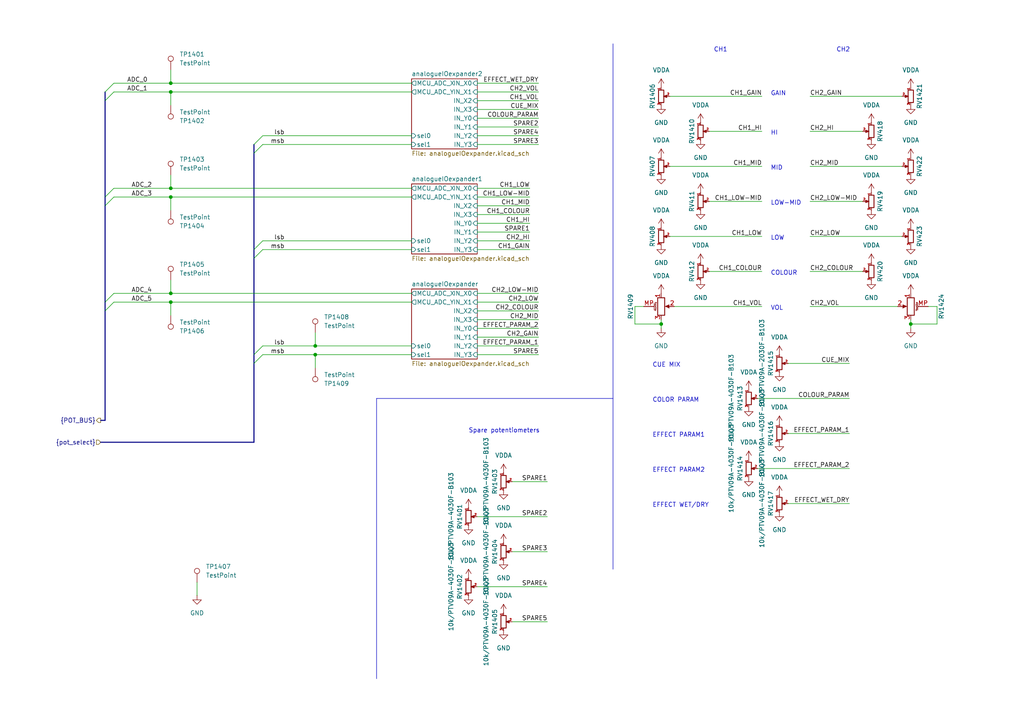
<source format=kicad_sch>
(kicad_sch (version 20231120) (generator "eeschema") (generator_version "8.0")
  (paper "A4")
  (lib_symbols
    (symbol "Connector:TestPoint" (pin_numbers hide) (pin_names (offset 0.762) hide)
      (property "Reference" "TP" (at 0 6.858 0))
      (property "Value" "TestPoint" (at 0 5.08 0))
      (symbol "TestPoint_0_1"
        (circle (center 0 3.302) (radius 0.762))
      )
      (symbol "TestPoint_1_1"
        (pin passive line (at 0 0 90) (length 2.54) (name "1") (number "1"))
      )
    )
    (symbol "Device:R_Potentiometer_MountingPin" (pin_names (offset 1.016) hide)
      (property "Reference" "RV" (at -8.255 0 90))
      (property "Value" "R_Potentiometer_MountingPin" (at -6.35 0 90))
      (symbol "R_Potentiometer_MountingPin_0_1"
        (polyline (pts (xy 2.54 0) (xy 1.524 0)))
        (polyline (pts (xy 1.143 0) (xy 2.286 0.508) (xy 2.286 -0.508)) (fill (type outline)))
        (rectangle (start 1.016 2.54) (end -1.016 -2.54) (stroke (width 0.254)))
      )
      (symbol "R_Potentiometer_MountingPin_1_1"
        (polyline (pts (xy -2.032 1.016) (xy -2.032 -1.016)) (stroke (width 0.1524)))
        (text "Mounting" (at -1.651 0 900) (effects (font (size 0.381 0.381))))
        (pin passive line (at 0 3.81 270) (length 1.27) (name "1") (number "1"))
        (pin passive line (at 3.81 0 180) (length 1.27) (name "2") (number "2"))
        (pin passive line (at 0 -3.81 90) (length 1.27) (name "3") (number "3"))
        (pin passive line (at -5.08 0 0) (length 3.048) (name "MountPin") (number "MP"))
      )
    )
    (symbol "Device:R_Potentiometer_Small" (pin_names (offset 1.016) hide)
      (property "Reference" "RV" (at -4.445 0 90))
      (property "Value" "R_Potentiometer_Small" (at -2.54 0 90))
      (symbol "R_Potentiometer_Small_0_1"
        (polyline (pts (xy 0.889 0) (xy 0.635 0) (xy 1.651 0.381) (xy 1.651 -0.381) (xy 0.635 0) (xy 0.889 0)) (fill (type outline)))
        (rectangle (start 0.762 1.8034) (end -0.762 -1.8034) (stroke (width 0.254)))
      )
      (symbol "R_Potentiometer_Small_1_1"
        (pin passive line (at 0 2.54 270) (length 0.635) (name "1") (number "1"))
        (pin passive line (at 2.54 0 180) (length 0.9906) (name "2") (number "2"))
        (pin passive line (at 0 -2.54 90) (length 0.635) (name "3") (number "3"))
      )
    )
    (symbol "power:GND" (power) (pin_numbers hide) (pin_names (offset 0) hide)
      (property "Value" "GND" (at 0 -3.81 0))
      (symbol "GND_0_1"
        (polyline (pts (xy 0 0) (xy 0 -1.27) (xy 1.27 -1.27) (xy 0 -2.54) (xy -1.27 -1.27) (xy 0 -1.27)))
      )
      (symbol "GND_1_1"
        (pin power_in line (at 0 0 270) (length 0) (name "~") (number "1"))
      )
    )
    (symbol "power:VDDA" (power) (pin_numbers hide) (pin_names (offset 0) hide)
      (property "Value" "VDDA" (at 0 3.556 0))
      (symbol "VDDA_0_1"
        (polyline (pts (xy -0.762 1.27) (xy 0 2.54)))
        (polyline (pts (xy 0 0) (xy 0 2.54)))
        (polyline (pts (xy 0 2.54) (xy 0.762 1.27)))
      )
      (symbol "VDDA_1_1"
        (pin power_in line (at 0 0 90) (length 0) (name "~") (number "1"))
      )
    )
  )
  (junction (at 49.53 26.67))
  (junction (at 49.53 85.09))
  (junction (at 264.16 93.98))
  (junction (at 49.53 87.63))
  (junction (at 91.44 102.87))
  (junction (at 49.53 54.61))
  (junction (at 49.53 57.15))
  (junction (at 191.77 93.98))
  (junction (at 91.44 100.33))
  (junction (at 49.53 24.13))
  (bus_entry (at 33.02 26.67) (size -2.54 2.54))
  (bus_entry (at 76.2 41.91) (size -2.54 2.54))
  (bus_entry (at 33.02 54.61) (size -2.54 2.54))
  (bus_entry (at 76.2 102.87) (size -2.54 2.54))
  (bus_entry (at 33.02 57.15) (size -2.54 2.54))
  (bus_entry (at 76.2 100.33) (size -2.54 2.54))
  (bus_entry (at 33.02 24.13) (size -2.54 2.54))
  (bus_entry (at 76.2 39.37) (size -2.54 2.54))
  (bus_entry (at 33.02 85.09) (size -2.54 2.54))
  (bus_entry (at 76.2 69.85) (size -2.54 2.54))
  (bus_entry (at 76.2 72.39) (size -2.54 2.54))
  (bus_entry (at 33.02 87.63) (size -2.54 2.54))
  (wire (pts (xy 138.43 64.77) (xy 153.67 64.77)))
  (wire (pts (xy 49.53 54.61) (xy 119.38 54.61)))
  (wire (pts (xy 138.43 102.87) (xy 156.21 102.87)))
  (wire (pts (xy 138.43 26.67) (xy 156.21 26.67)))
  (wire (pts (xy 49.53 57.15) (xy 49.53 60.96)))
  (wire (pts (xy 271.78 93.98) (xy 271.78 88.9)))
  (wire (pts (xy 264.16 95.25) (xy 264.16 93.98)))
  (bus (pts (xy 30.48 87.63) (xy 30.48 90.17)))
  (wire (pts (xy 138.43 57.15) (xy 153.67 57.15)))
  (wire (pts (xy 138.43 100.33) (xy 156.21 100.33)))
  (wire (pts (xy 194.31 27.94) (xy 220.98 27.94)))
  (polyline (pts (xy 109.22 115.57) (xy 109.22 196.85)))
  (wire (pts (xy 271.78 88.9) (xy 269.24 88.9)))
  (wire (pts (xy 250.19 38.1) (xy 234.95 38.1)))
  (wire (pts (xy 138.43 170.18) (xy 158.75 170.18)))
  (bus (pts (xy 30.48 29.21) (xy 30.48 26.67)))
  (bus (pts (xy 30.48 59.69) (xy 30.48 87.63)))
  (wire (pts (xy 194.31 68.58) (xy 220.98 68.58)))
  (wire (pts (xy 138.43 85.09) (xy 156.21 85.09)))
  (wire (pts (xy 138.43 54.61) (xy 153.67 54.61)))
  (wire (pts (xy 33.02 87.63) (xy 49.53 87.63)))
  (wire (pts (xy 138.43 24.13) (xy 156.21 24.13)))
  (polyline (pts (xy 109.22 115.57) (xy 177.8 115.57)))
  (wire (pts (xy 119.38 100.33) (xy 91.44 100.33)))
  (wire (pts (xy 138.43 95.25) (xy 156.21 95.25)))
  (wire (pts (xy 91.44 102.87) (xy 91.44 106.68)))
  (wire (pts (xy 49.53 20.32) (xy 49.53 24.13)))
  (wire (pts (xy 138.43 39.37) (xy 156.21 39.37)))
  (wire (pts (xy 57.15 168.91) (xy 57.15 172.72)))
  (wire (pts (xy 49.53 87.63) (xy 119.38 87.63)))
  (wire (pts (xy 264.16 93.98) (xy 264.16 92.71)))
  (wire (pts (xy 205.74 38.1) (xy 220.98 38.1)))
  (wire (pts (xy 264.16 93.98) (xy 271.78 93.98)))
  (wire (pts (xy 49.53 26.67) (xy 119.38 26.67)))
  (wire (pts (xy 219.71 115.57) (xy 246.38 115.57)))
  (wire (pts (xy 184.15 88.9) (xy 186.69 88.9)))
  (wire (pts (xy 119.38 102.87) (xy 91.44 102.87)))
  (wire (pts (xy 138.43 67.31) (xy 153.67 67.31)))
  (bus (pts (xy 73.66 72.39) (xy 73.66 74.93)))
  (wire (pts (xy 191.77 93.98) (xy 184.15 93.98)))
  (wire (pts (xy 228.6 146.05) (xy 246.38 146.05)))
  (wire (pts (xy 49.53 26.67) (xy 49.53 30.48)))
  (bus (pts (xy 30.48 121.92) (xy 30.48 90.17)))
  (wire (pts (xy 138.43 149.86) (xy 158.75 149.86)))
  (wire (pts (xy 148.59 139.7) (xy 158.75 139.7)))
  (wire (pts (xy 33.02 54.61) (xy 49.53 54.61)))
  (wire (pts (xy 228.6 125.73) (xy 246.38 125.73)))
  (wire (pts (xy 250.19 58.42) (xy 234.95 58.42)))
  (wire (pts (xy 148.59 160.02) (xy 158.75 160.02)))
  (wire (pts (xy 49.53 81.28) (xy 49.53 85.09)))
  (wire (pts (xy 138.43 97.79) (xy 156.21 97.79)))
  (wire (pts (xy 119.38 69.85) (xy 76.2 69.85)))
  (wire (pts (xy 49.53 87.63) (xy 49.53 91.44)))
  (bus (pts (xy 29.21 121.92) (xy 30.48 121.92)))
  (wire (pts (xy 205.74 78.74) (xy 220.98 78.74)))
  (wire (pts (xy 138.43 34.29) (xy 156.21 34.29)))
  (wire (pts (xy 49.53 85.09) (xy 119.38 85.09)))
  (bus (pts (xy 73.66 128.27) (xy 29.21 128.27)))
  (wire (pts (xy 228.6 105.41) (xy 246.38 105.41)))
  (wire (pts (xy 191.77 95.25) (xy 191.77 93.98)))
  (wire (pts (xy 219.71 135.89) (xy 246.38 135.89)))
  (wire (pts (xy 49.53 57.15) (xy 119.38 57.15)))
  (wire (pts (xy 191.77 93.98) (xy 191.77 92.71)))
  (wire (pts (xy 250.19 78.74) (xy 234.95 78.74)))
  (wire (pts (xy 91.44 100.33) (xy 76.2 100.33)))
  (wire (pts (xy 138.43 29.21) (xy 156.21 29.21)))
  (bus (pts (xy 73.66 102.87) (xy 73.66 105.41)))
  (bus (pts (xy 73.66 41.91) (xy 73.66 44.45)))
  (wire (pts (xy 138.43 31.75) (xy 156.21 31.75)))
  (wire (pts (xy 119.38 39.37) (xy 76.2 39.37)))
  (bus (pts (xy 30.48 29.21) (xy 30.48 57.15)))
  (wire (pts (xy 119.38 72.39) (xy 76.2 72.39)))
  (bus (pts (xy 73.66 105.41) (xy 73.66 128.27)))
  (wire (pts (xy 261.62 68.58) (xy 234.95 68.58)))
  (wire (pts (xy 234.95 88.9) (xy 260.35 88.9)))
  (wire (pts (xy 184.15 93.98) (xy 184.15 88.9)))
  (bus (pts (xy 30.48 57.15) (xy 30.48 59.69)))
  (wire (pts (xy 138.43 41.91) (xy 156.21 41.91)))
  (bus (pts (xy 73.66 74.93) (xy 73.66 102.87)))
  (wire (pts (xy 33.02 24.13) (xy 49.53 24.13)))
  (wire (pts (xy 138.43 62.23) (xy 153.67 62.23)))
  (wire (pts (xy 91.44 102.87) (xy 76.2 102.87)))
  (wire (pts (xy 138.43 59.69) (xy 153.67 59.69)))
  (wire (pts (xy 33.02 85.09) (xy 49.53 85.09)))
  (wire (pts (xy 91.44 96.52) (xy 91.44 100.33)))
  (wire (pts (xy 138.43 72.39) (xy 153.67 72.39)))
  (wire (pts (xy 138.43 69.85) (xy 153.67 69.85)))
  (wire (pts (xy 119.38 41.91) (xy 76.2 41.91)))
  (wire (pts (xy 138.43 90.17) (xy 156.21 90.17)))
  (wire (pts (xy 49.53 50.8) (xy 49.53 54.61)))
  (wire (pts (xy 49.53 24.13) (xy 119.38 24.13)))
  (wire (pts (xy 33.02 26.67) (xy 49.53 26.67)))
  (wire (pts (xy 261.62 48.26) (xy 234.95 48.26)))
  (wire (pts (xy 138.43 87.63) (xy 156.21 87.63)))
  (wire (pts (xy 261.62 27.94) (xy 234.95 27.94)))
  (wire (pts (xy 33.02 57.15) (xy 49.53 57.15)))
  (wire (pts (xy 194.31 48.26) (xy 220.98 48.26)))
  (wire (pts (xy 138.43 36.83) (xy 156.21 36.83)))
  (wire (pts (xy 195.58 88.9) (xy 220.98 88.9)))
  (wire (pts (xy 205.74 58.42) (xy 220.98 58.42)))
  (polyline (pts (xy 177.8 12.7) (xy 177.8 165.1)))
  (bus (pts (xy 73.66 44.45) (xy 73.66 72.39)))
  (wire (pts (xy 138.43 92.71) (xy 156.21 92.71)))
  (wire (pts (xy 148.59 180.34) (xy 158.75 180.34)))
  (text "COLOR PARAM" (at 189.23 116.84 0) (effects (font (size 1.27 1.27)) (justify left bottom)))
  (text "MID" (at 223.52 49.53 0) (effects (font (size 1.27 1.27)) (justify left bottom)))
  (text "Spare potentiometers" (at 135.89 125.73 0) (effects (font (size 1.27 1.27)) (justify left bottom)))
  (text "CH2" (at 242.57 15.24 0) (effects (font (size 1.27 1.27)) (justify left bottom)))
  (text "LOW-MID" (at 223.52 59.69 0) (effects (font (size 1.27 1.27)) (justify left bottom)))
  (text "VOL" (at 223.52 90.17 0) (effects (font (size 1.27 1.27)) (justify left bottom)))
  (text "GAIN" (at 223.52 27.94 0) (effects (font (size 1.27 1.27)) (justify left bottom)))
  (text "CH1" (at 207.01 15.24 0) (effects (font (size 1.27 1.27)) (justify left bottom)))
  (text "CUE MIX" (at 189.23 106.68 0) (effects (font (size 1.27 1.27)) (justify left bottom)))
  (text "LOW" (at 223.52 69.85 0) (effects (font (size 1.27 1.27)) (justify left bottom)))
  (text "EFFECT PARAM1" (at 189.23 127 0) (effects (font (size 1.27 1.27)) (justify left bottom)))
  (text "EFFECT PARAM2" (at 189.23 137.16 0) (effects (font (size 1.27 1.27)) (justify left bottom)))
  (text "COLOUR" (at 223.52 80.01 0) (effects (font (size 1.27 1.27)) (justify left bottom)))
  (text "HI" (at 223.52 39.37 0) (effects (font (size 1.27 1.27)) (justify left bottom)))
  (text "EFFECT WET/DRY" (at 189.23 147.32 0) (effects (font (size 1.27 1.27)) (justify left bottom)))
  (label "ADC_3" (at 38.1 57.15 0))
  (label "CH1_VOL" (at 220.98 88.9 180))
  (label "COLOUR_PARAM" (at 246.38 115.57 180))
  (label "msb" (at 82.55 41.91 180))
  (label "CH2_MID" (at 156.21 92.71 180))
  (label "ADC_4" (at 38.1 85.09 0))
  (label "CH2_LOW-MID" (at 156.21 85.09 180))
  (label "ADC_2" (at 38.1 54.61 0))
  (label "CH1_COLOUR" (at 220.98 78.74 180))
  (label "CH2_MID" (at 234.95 48.26 0))
  (label "EFFECT_PARAM_2" (at 156.21 95.25 180))
  (label "SPARE3" (at 156.21 41.91 180))
  (label "SPARE4" (at 156.21 39.37 180))
  (label "CUE_MIX" (at 246.38 105.41 180))
  (label "CH2_LOW-MID" (at 234.95 58.42 0))
  (label "CH1_LOW" (at 220.98 68.58 180))
  (label "CH1_HI" (at 220.98 38.1 180))
  (label "CH1_LOW" (at 153.67 54.61 180))
  (label "EFFECT_PARAM_1" (at 246.38 125.73 180))
  (label "SPARE2" (at 156.21 36.83 180))
  (label "msb" (at 82.55 72.39 180))
  (label "CH2_HI" (at 153.67 69.85 180))
  (label "CH1_VOL" (at 156.21 29.21 180))
  (label "CH1_MID" (at 220.98 48.26 180))
  (label "EFFECT_PARAM_1" (at 156.21 100.33 180))
  (label "CH1_LOW-MID" (at 220.98 58.42 180))
  (label "SPARE5" (at 156.21 102.87 180))
  (label "SPARE1" (at 158.75 139.7 180))
  (label "EFFECT_WET_DRY" (at 246.38 146.05 180))
  (label "CH2_VOL" (at 234.95 88.9 0))
  (label "msb" (at 82.55 102.87 180))
  (label "SPARE5" (at 158.75 180.34 180))
  (label "CH2_GAIN" (at 234.95 27.94 0))
  (label "lsb" (at 82.55 69.85 180))
  (label "CH2_GAIN" (at 156.21 97.79 180))
  (label "lsb" (at 82.55 100.33 180))
  (label "ADC_5" (at 38.1 87.63 0))
  (label "SPARE2" (at 158.75 149.86 180))
  (label "SPARE4" (at 158.75 170.18 180))
  (label "EFFECT_WET_DRY" (at 156.21 24.13 180))
  (label "CH2_LOW" (at 234.95 68.58 0))
  (label "CH1_GAIN" (at 153.67 72.39 180))
  (label "CH2_COLOUR" (at 234.95 78.74 0))
  (label "CH2_VOL" (at 156.21 26.67 180))
  (label "CH2_LOW" (at 156.21 87.63 180))
  (label "CH2_COLOUR" (at 156.21 90.17 180))
  (label "CH1_HI" (at 153.67 64.77 180))
  (label "CUE_MIX" (at 156.21 31.75 180))
  (label "COLOUR_PARAM" (at 156.21 34.29 180))
  (label "EFFECT_PARAM_2" (at 246.38 135.89 180))
  (label "lsb" (at 82.55 39.37 180))
  (label "CH2_HI" (at 234.95 38.1 0))
  (label "CH1_MID" (at 153.67 59.69 180))
  (label "SPARE1" (at 153.67 67.31 180))
  (label "CH1_COLOUR" (at 153.67 62.23 180))
  (label "CH1_GAIN" (at 220.98 27.94 180))
  (label "SPARE3" (at 158.75 160.02 180))
  (label "CH1_LOW-MID" (at 153.67 57.15 180))
  (label "ADC_1" (at 36.83 26.67 0))
  (label "ADC_0" (at 36.83 24.13 0))
  (hierarchical_label "{pot_select}" (shape input) (at 29.21 128.27 180))
  (hierarchical_label "{POT_BUS}" (shape output) (at 29.21 121.92 180))
  (symbol (lib_id "Connector:TestPoint") (at 49.53 81.28 0) (unit 1)
    (property "Reference" "TP1405" (at 52.07 76.708 0) (effects (justify left)))
    (property "Value" "TestPoint" (at 52.07 79.248 0) (effects (justify left)))
    (property "Footprint" "TestPoint:TestPoint_Keystone_5000-5004_Miniature" (effects (hide yes)))
    (property "Description" "test point" (effects (hide yes)))
    (instances (project "Magna" (path "" (reference "TP1405") (unit 1))) (project "io_daughterboard" (path "" (reference "TP405") (unit 1))))
  )
  (symbol (lib_id "power:GND") (at 252.73 40.64 0) (unit 1)
    (property "Reference" "#PWR01437" (effects (hide yes)))
    (property "Value" "GND" (at 252.73 45.72 0))
    (property "Description" "Power symbol creates a global label with name \"GND\" , ground" (effects (hide yes)))
    (instances (project "Magna" (path "" (reference "#PWR01437") (unit 1))) (project "io_daughterboard" (path "" (reference "#PWR0437") (unit 1))))
  )
  (symbol (lib_id "power:GND") (at 217.17 118.11 0) (unit 1)
    (property "Reference" "#PWR01427" (effects (hide yes)))
    (property "Value" "GND" (at 217.17 123.19 0))
    (property "Description" "Power symbol creates a global label with name \"GND\" , ground" (effects (hide yes)))
    (instances (project "Magna" (path "" (reference "#PWR01427") (unit 1))) (project "io_daughterboard" (path "" (reference "#PWR0427") (unit 1))))
  )
  (symbol (lib_id "Connector:TestPoint") (at 49.53 20.32 0) (unit 1)
    (property "Reference" "TP1401" (at 52.07 15.748 0) (effects (justify left)))
    (property "Value" "TestPoint" (at 52.07 18.288 0) (effects (justify left)))
    (property "Footprint" "TestPoint:TestPoint_Keystone_5000-5004_Miniature" (effects (hide yes)))
    (property "Description" "test point" (effects (hide yes)))
    (instances (project "Magna" (path "" (reference "TP1401") (unit 1))) (project "io_daughterboard" (path "" (reference "TP401") (unit 1))))
  )
  (symbol (lib_id "power:VDDA") (at 191.77 45.72 0) (unit 1)
    (property "Reference" "#PWR01414" (effects (hide yes)))
    (property "Value" "VDDA" (at 191.77 40.64 0))
    (property "Description" "Power symbol creates a global label with name \"VDDA\"" (effects (hide yes)))
    (instances (project "Magna" (path "" (reference "#PWR01414") (unit 1))) (project "io_daughterboard" (path "" (reference "#PWR0414") (unit 1))))
  )
  (symbol (lib_id "power:VDDA") (at 264.16 45.72 0) (unit 1)
    (property "Reference" "#PWR01444" (effects (hide yes)))
    (property "Value" "VDDA" (at 264.16 40.64 0))
    (property "Description" "Power symbol creates a global label with name \"VDDA\"" (effects (hide yes)))
    (instances (project "Magna" (path "" (reference "#PWR01444") (unit 1))) (project "io_daughterboard" (path "" (reference "#PWR0444") (unit 1))))
  )
  (symbol (lib_id "power:VDDA") (at 252.73 55.88 0) (unit 1)
    (property "Reference" "#PWR01438" (effects (hide yes)))
    (property "Value" "VDDA" (at 252.73 50.8 0))
    (property "Description" "Power symbol creates a global label with name \"VDDA\"" (effects (hide yes)))
    (instances (project "Magna" (path "" (reference "#PWR01438") (unit 1))) (project "io_daughterboard" (path "" (reference "#PWR0438") (unit 1))))
  )
  (symbol (lib_id "power:GND") (at 135.89 152.4 0) (unit 1)
    (property "Reference" "#PWR01403" (effects (hide yes)))
    (property "Value" "GND" (at 135.89 157.48 0))
    (property "Description" "Power symbol creates a global label with name \"GND\" , ground" (effects (hide yes)))
    (instances (project "Magna" (path "" (reference "#PWR01403") (unit 1))) (project "io_daughterboard" (path "" (reference "#PWR0403") (unit 1))))
  )
  (symbol (lib_id "power:VDDA") (at 252.73 35.56 0) (unit 1)
    (property "Reference" "#PWR01436" (effects (hide yes)))
    (property "Value" "VDDA" (at 252.73 30.48 0))
    (property "Description" "Power symbol creates a global label with name \"VDDA\"" (effects (hide yes)))
    (instances (project "Magna" (path "" (reference "#PWR01436") (unit 1))) (project "io_daughterboard" (path "" (reference "#PWR0436") (unit 1))))
  )
  (symbol (lib_id "power:GND") (at 264.16 30.48 0) (mirror y) (unit 1)
    (property "Reference" "#PWR01443" (effects (hide yes)))
    (property "Value" "GND" (at 264.16 35.56 0))
    (property "Description" "Power symbol creates a global label with name \"GND\" , ground" (effects (hide yes)))
    (instances (project "Magna" (path "" (reference "#PWR01443") (unit 1))) (project "io_daughterboard" (path "" (reference "#PWR0443") (unit 1))))
  )
  (symbol (lib_id "Device:R_Potentiometer_Small") (at 226.06 105.41 0) (unit 1)
    (property "Reference" "RV1415" (at 223.52 105.41 90))
    (property "Value" "10k/PTV09A-2030F-B103" (at 220.98 105.41 90))
    (property "Footprint" "Potentiometer_THT:Potentiometer_Bourns_PTV09A-2_Single_Horizontal" (effects (hide yes)))
    (property "Description" "Potentiometer" (effects (hide yes)))
    (instances (project "Magna" (path "" (reference "RV1415") (unit 1))) (project "io_daughterboard" (path "" (reference "RV415") (unit 1))))
  )
  (symbol (lib_id "power:VDDA") (at 226.06 102.87 0) (unit 1)
    (property "Reference" "#PWR01430" (effects (hide yes)))
    (property "Value" "VDDA" (at 226.06 97.79 0))
    (property "Description" "Power symbol creates a global label with name \"VDDA\"" (effects (hide yes)))
    (instances (project "Magna" (path "" (reference "#PWR01430") (unit 1))) (project "io_daughterboard" (path "" (reference "#PWR0430") (unit 1))))
  )
  (symbol (lib_id "power:VDDA") (at 191.77 66.04 0) (unit 1)
    (property "Reference" "#PWR01416" (effects (hide yes)))
    (property "Value" "VDDA" (at 191.77 60.96 0))
    (property "Description" "Power symbol creates a global label with name \"VDDA\"" (effects (hide yes)))
    (instances (project "Magna" (path "" (reference "#PWR01416") (unit 1))) (project "io_daughterboard" (path "" (reference "#PWR0416") (unit 1))))
  )
  (symbol (lib_id "Connector:TestPoint") (at 49.53 30.48 0) (mirror x) (unit 1)
    (property "Reference" "TP1402" (at 52.07 35.052 0) (effects (justify left)))
    (property "Value" "TestPoint" (at 52.07 32.512 0) (effects (justify left)))
    (property "Footprint" "TestPoint:TestPoint_Keystone_5000-5004_Miniature" (effects (hide yes)))
    (property "Description" "test point" (effects (hide yes)))
    (instances (project "Magna" (path "" (reference "TP1402") (unit 1))) (project "io_daughterboard" (path "" (reference "TP402") (unit 1))))
  )
  (symbol (lib_id "power:VDDA") (at 226.06 143.51 0) (unit 1)
    (property "Reference" "#PWR01434" (effects (hide yes)))
    (property "Value" "VDDA" (at 226.06 138.43 0))
    (property "Description" "Power symbol creates a global label with name \"VDDA\"" (effects (hide yes)))
    (instances (project "Magna" (path "" (reference "#PWR01434") (unit 1))) (project "io_daughterboard" (path "" (reference "#PWR0434") (unit 1))))
  )
  (symbol (lib_id "power:VDDA") (at 226.06 123.19 0) (unit 1)
    (property "Reference" "#PWR01432" (effects (hide yes)))
    (property "Value" "VDDA" (at 226.06 118.11 0))
    (property "Description" "Power symbol creates a global label with name \"VDDA\"" (effects (hide yes)))
    (instances (project "Magna" (path "" (reference "#PWR01432") (unit 1))) (project "io_daughterboard" (path "" (reference "#PWR0432") (unit 1))))
  )
  (symbol (lib_id "Device:R_Potentiometer_Small") (at 135.89 149.86 0) (unit 1)
    (property "Reference" "RV1401" (at 133.35 149.86 90))
    (property "Value" "10k/PTV09A-4030F-B103" (at 130.81 149.86 90))
    (property "Footprint" "Potentiometer_THT:Potentiometer_Bourns_PTV09A-1_Single_Vertical" (effects (hide yes)))
    (property "Description" "Potentiometer" (effects (hide yes)))
    (instances (project "Magna" (path "" (reference "RV1401") (unit 1))) (project "io_daughterboard" (path "" (reference "RV401") (unit 1))))
  )
  (symbol (lib_id "power:VDDA") (at 252.73 76.2 0) (unit 1)
    (property "Reference" "#PWR01440" (effects (hide yes)))
    (property "Value" "VDDA" (at 252.73 71.12 0))
    (property "Description" "Power symbol creates a global label with name \"VDDA\"" (effects (hide yes)))
    (instances (project "Magna" (path "" (reference "#PWR01440") (unit 1))) (project "io_daughterboard" (path "" (reference "#PWR0440") (unit 1))))
  )
  (symbol (lib_id "power:GND") (at 264.16 50.8 0) (unit 1)
    (property "Reference" "#PWR01445" (effects (hide yes)))
    (property "Value" "GND" (at 264.16 55.88 0))
    (property "Description" "Power symbol creates a global label with name \"GND\" , ground" (effects (hide yes)))
    (instances (project "Magna" (path "" (reference "#PWR01445") (unit 1))) (project "io_daughterboard" (path "" (reference "#PWR0445") (unit 1))))
  )
  (symbol (lib_id "power:VDDA") (at 203.2 76.2 0) (unit 1)
    (property "Reference" "#PWR01424" (effects (hide yes)))
    (property "Value" "VDDA" (at 203.2 71.12 0))
    (property "Description" "Power symbol creates a global label with name \"VDDA\"" (effects (hide yes)))
    (instances (project "Magna" (path "" (reference "#PWR01424") (unit 1))) (project "io_daughterboard" (path "" (reference "#PWR0424") (unit 1))))
  )
  (symbol (lib_id "Device:R_Potentiometer_Small") (at 146.05 180.34 0) (unit 1)
    (property "Reference" "RV1405" (at 143.51 180.34 90))
    (property "Value" "10k/PTV09A-4030F-B103" (at 140.97 180.34 90))
    (property "Footprint" "Potentiometer_THT:Potentiometer_Bourns_PTV09A-1_Single_Vertical" (effects (hide yes)))
    (property "Description" "Potentiometer" (effects (hide yes)))
    (instances (project "Magna" (path "" (reference "RV1405") (unit 1))) (project "io_daughterboard" (path "" (reference "RV405") (unit 1))))
  )
  (symbol (lib_id "Connector:TestPoint") (at 49.53 91.44 0) (mirror x) (unit 1)
    (property "Reference" "TP1406" (at 52.07 96.012 0) (effects (justify left)))
    (property "Value" "TestPoint" (at 52.07 93.472 0) (effects (justify left)))
    (property "Footprint" "TestPoint:TestPoint_Keystone_5000-5004_Miniature" (effects (hide yes)))
    (property "Description" "test point" (effects (hide yes)))
    (instances (project "Magna" (path "" (reference "TP1406") (unit 1))) (project "io_daughterboard" (path "" (reference "TP406") (unit 1))))
  )
  (symbol (lib_id "Device:R_Potentiometer_Small") (at 226.06 146.05 0) (unit 1)
    (property "Reference" "RV1417" (at 223.52 146.05 90))
    (property "Value" "10k/PTV09A-4030F-B103" (at 220.98 146.05 90))
    (property "Footprint" "Potentiometer_THT:Potentiometer_Bourns_PTV09A-1_Single_Vertical" (effects (hide yes)))
    (property "Description" "Potentiometer" (effects (hide yes)))
    (instances (project "Magna" (path "" (reference "RV1417") (unit 1))) (project "io_daughterboard" (path "" (reference "RV417") (unit 1))))
  )
  (symbol (lib_id "power:GND") (at 203.2 60.96 0) (unit 1)
    (property "Reference" "#PWR01423" (effects (hide yes)))
    (property "Value" "GND" (at 203.2 66.04 0))
    (property "Description" "Power symbol creates a global label with name \"GND\" , ground" (effects (hide yes)))
    (instances (project "Magna" (path "" (reference "#PWR01423") (unit 1))) (project "io_daughterboard" (path "" (reference "#PWR0423") (unit 1))))
  )
  (symbol (lib_id "Device:R_Potentiometer_Small") (at 191.77 48.26 0) (unit 1)
    (property "Reference" "RV407" (at 189.23 48.26 90))
    (property "Value" "10k/PTV09A-4230F-B103" (effects (hide yes)))
    (property "Footprint" "Potentiometer_THT:Potentiometer_Bourns_PTV09A-1_Single_Vertical" (effects (hide yes)))
    (property "Description" "Potentiometer" (effects (hide yes)))
  )
  (symbol (lib_id "Connector:TestPoint") (at 49.53 50.8 0) (unit 1)
    (property "Reference" "TP1403" (at 52.07 46.228 0) (effects (justify left)))
    (property "Value" "TestPoint" (at 52.07 48.768 0) (effects (justify left)))
    (property "Footprint" "TestPoint:TestPoint_Keystone_5000-5004_Miniature" (effects (hide yes)))
    (property "Description" "test point" (effects (hide yes)))
    (instances (project "Magna" (path "" (reference "TP1403") (unit 1))) (project "io_daughterboard" (path "" (reference "TP403") (unit 1))))
  )
  (symbol (lib_id "power:VDDA") (at 146.05 177.8 0) (unit 1)
    (property "Reference" "#PWR01410" (effects (hide yes)))
    (property "Value" "VDDA" (at 146.05 172.72 0))
    (property "Description" "Power symbol creates a global label with name \"VDDA\"" (effects (hide yes)))
    (instances (project "Magna" (path "" (reference "#PWR01410") (unit 1))) (project "io_daughterboard" (path "" (reference "#PWR0410") (unit 1))))
  )
  (symbol (lib_id "power:GND") (at 191.77 71.12 0) (unit 1)
    (property "Reference" "#PWR01417" (effects (hide yes)))
    (property "Value" "GND" (at 191.77 76.2 0))
    (property "Description" "Power symbol creates a global label with name \"GND\" , ground" (effects (hide yes)))
    (instances (project "Magna" (path "" (reference "#PWR01417") (unit 1))) (project "io_daughterboard" (path "" (reference "#PWR0417") (unit 1))))
  )
  (symbol (lib_id "Device:R_Potentiometer_Small") (at 217.17 135.89 0) (unit 1)
    (property "Reference" "RV1414" (at 214.63 135.89 90))
    (property "Value" "10k/PTV09A-4030F-B103" (at 212.09 135.89 90))
    (property "Footprint" "Potentiometer_THT:Potentiometer_Bourns_PTV09A-1_Single_Vertical" (effects (hide yes)))
    (property "Description" "Potentiometer" (effects (hide yes)))
    (instances (project "Magna" (path "" (reference "RV1414") (unit 1))) (project "io_daughterboard" (path "" (reference "RV414") (unit 1))))
  )
  (symbol (lib_id "power:GND") (at 264.16 95.25 0) (unit 1)
    (property "Reference" "#PWR01449" (effects (hide yes)))
    (property "Value" "GND" (at 264.16 100.33 0))
    (property "Description" "Power symbol creates a global label with name \"GND\" , ground" (effects (hide yes)))
    (instances (project "Magna" (path "" (reference "#PWR01449") (unit 1))) (project "io_daughterboard" (path "" (reference "#PWR0449") (unit 1))))
  )
  (symbol (lib_id "power:GND") (at 252.73 60.96 0) (unit 1)
    (property "Reference" "#PWR01439" (effects (hide yes)))
    (property "Value" "GND" (at 252.73 66.04 0))
    (property "Description" "Power symbol creates a global label with name \"GND\" , ground" (effects (hide yes)))
    (instances (project "Magna" (path "" (reference "#PWR01439") (unit 1))) (project "io_daughterboard" (path "" (reference "#PWR0439") (unit 1))))
  )
  (symbol (lib_id "Device:R_Potentiometer_Small") (at 252.73 58.42 0) (mirror y) (unit 1)
    (property "Reference" "RV419" (at 255.27 58.42 90))
    (property "Value" "10k/PTV09A-4230F-B103" (effects (hide yes)))
    (property "Footprint" "Potentiometer_THT:Potentiometer_Bourns_PTV09A-1_Single_Vertical" (effects (hide yes)))
    (property "Description" "Potentiometer" (effects (hide yes)))
  )
  (symbol (lib_id "power:VDDA") (at 217.17 133.35 0) (unit 1)
    (property "Reference" "#PWR01428" (effects (hide yes)))
    (property "Value" "VDDA" (at 217.17 128.27 0))
    (property "Description" "Power symbol creates a global label with name \"VDDA\"" (effects (hide yes)))
    (instances (project "Magna" (path "" (reference "#PWR01428") (unit 1))) (project "io_daughterboard" (path "" (reference "#PWR0428") (unit 1))))
  )
  (symbol (lib_id "Device:R_Potentiometer_Small") (at 264.16 68.58 0) (mirror y) (unit 1)
    (property "Reference" "RV423" (at 266.7 68.58 90))
    (property "Value" "10k/PTV09A-4230F-B103" (effects (hide yes)))
    (property "Footprint" "Potentiometer_THT:Potentiometer_Bourns_PTV09A-1_Single_Vertical" (effects (hide yes)))
    (property "Description" "Potentiometer" (effects (hide yes)))
  )
  (symbol (lib_id "Device:R_Potentiometer_Small") (at 203.2 38.1 0) (unit 1)
    (property "Reference" "RV1410" (at 200.66 38.1 90))
    (property "Value" "10k/PTV09A-4230F-B103" (effects (hide yes)))
    (property "Footprint" "Potentiometer_THT:Potentiometer_Bourns_PTV09A-1_Single_Vertical" (effects (hide yes)))
    (property "Description" "Potentiometer" (effects (hide yes)))
    (instances (project "Magna" (path "" (reference "RV1410") (unit 1))) (project "io_daughterboard" (path "" (reference "RV410") (unit 1))))
  )
  (symbol (lib_id "Connector:TestPoint") (at 49.53 60.96 0) (mirror x) (unit 1)
    (property "Reference" "TP1404" (at 52.07 65.532 0) (effects (justify left)))
    (property "Value" "TestPoint" (at 52.07 62.992 0) (effects (justify left)))
    (property "Footprint" "TestPoint:TestPoint_Keystone_5000-5004_Miniature" (effects (hide yes)))
    (property "Description" "test point" (effects (hide yes)))
    (instances (project "Magna" (path "" (reference "TP1404") (unit 1))) (project "io_daughterboard" (path "" (reference "TP404") (unit 1))))
  )
  (symbol (lib_id "power:GND") (at 146.05 162.56 0) (unit 1)
    (property "Reference" "#PWR01409" (effects (hide yes)))
    (property "Value" "GND" (at 146.05 167.64 0))
    (property "Description" "Power symbol creates a global label with name \"GND\" , ground" (effects (hide yes)))
    (instances (project "Magna" (path "" (reference "#PWR01409") (unit 1))) (project "io_daughterboard" (path "" (reference "#PWR0409") (unit 1))))
  )
  (symbol (lib_id "Device:R_Potentiometer_Small") (at 252.73 78.74 0) (mirror y) (unit 1)
    (property "Reference" "RV420" (at 255.27 78.74 90))
    (property "Value" "10k/PTV09A-4230F-B103" (effects (hide yes)))
    (property "Footprint" "Potentiometer_THT:Potentiometer_Bourns_PTV09A-1_Single_Vertical" (effects (hide yes)))
    (property "Description" "Potentiometer" (effects (hide yes)))
  )
  (symbol (lib_id "Device:R_Potentiometer_Small") (at 191.77 68.58 0) (unit 1)
    (property "Reference" "RV408" (at 189.23 68.58 90))
    (property "Value" "10k/PTV09A-4230F-B103" (effects (hide yes)))
    (property "Footprint" "Potentiometer_THT:Potentiometer_Bourns_PTV09A-1_Single_Vertical" (effects (hide yes)))
    (property "Description" "Potentiometer" (effects (hide yes)))
  )
  (symbol (lib_id "Device:R_Potentiometer_Small") (at 146.05 139.7 0) (unit 1)
    (property "Reference" "RV1403" (at 143.51 139.7 90))
    (property "Value" "10k/PTV09A-4030F-B103" (at 140.97 139.7 90))
    (property "Footprint" "Potentiometer_THT:Potentiometer_Bourns_PTV09A-1_Single_Vertical" (effects (hide yes)))
    (property "Description" "Potentiometer" (effects (hide yes)))
    (instances (project "Magna" (path "" (reference "RV1403") (unit 1))) (project "io_daughterboard" (path "" (reference "RV403") (unit 1))))
  )
  (symbol (lib_id "power:GND") (at 57.15 172.72 0) (unit 1)
    (property "Reference" "#PWR01401" (effects (hide yes)))
    (property "Value" "GND" (at 57.15 177.8 0))
    (property "Description" "Power symbol creates a global label with name \"GND\" , ground" (effects (hide yes)))
    (instances (project "Magna" (path "" (reference "#PWR01401") (unit 1))) (project "io_daughterboard" (path "" (reference "#PWR0401") (unit 1))))
  )
  (symbol (lib_id "Device:R_Potentiometer_Small") (at 264.16 48.26 0) (mirror y) (unit 1)
    (property "Reference" "RV422" (at 266.7 48.26 90))
    (property "Value" "10k/PTV09A-4230F-B103" (effects (hide yes)))
    (property "Footprint" "Potentiometer_THT:Potentiometer_Bourns_PTV09A-1_Single_Vertical" (effects (hide yes)))
    (property "Description" "Potentiometer" (effects (hide yes)))
  )
  (symbol (lib_id "power:VDDA") (at 191.77 85.09 0) (unit 1)
    (property "Reference" "#PWR01418" (effects (hide yes)))
    (property "Value" "VDDA" (at 191.77 80.01 0))
    (property "Description" "Power symbol creates a global label with name \"VDDA\"" (effects (hide yes)))
    (instances (project "Magna" (path "" (reference "#PWR01418") (unit 1))) (project "io_daughterboard" (path "" (reference "#PWR0418") (unit 1))))
  )
  (symbol (lib_id "Connector:TestPoint") (at 91.44 106.68 0) (mirror x) (unit 1)
    (property "Reference" "TP1409" (at 93.98 111.252 0) (effects (justify left)))
    (property "Value" "TestPoint" (at 93.98 108.712 0) (effects (justify left)))
    (property "Footprint" "TestPoint:TestPoint_Keystone_5000-5004_Miniature" (effects (hide yes)))
    (property "Description" "test point" (effects (hide yes)))
    (instances (project "Magna" (path "" (reference "TP1409") (unit 1))) (project "io_daughterboard" (path "" (reference "TP409") (unit 1))))
  )
  (symbol (lib_id "Connector:TestPoint") (at 57.15 168.91 0) (unit 1)
    (property "Reference" "TP1407" (at 59.69 164.338 0) (effects (justify left)))
    (property "Value" "TestPoint" (at 59.69 166.878 0) (effects (justify left)))
    (property "Footprint" "TestPoint:TestPoint_Keystone_5000-5004_Miniature" (effects (hide yes)))
    (property "Description" "test point" (effects (hide yes)))
    (instances (project "Magna" (path "" (reference "TP1407") (unit 1))) (project "io_daughterboard" (path "" (reference "TP407") (unit 1))))
  )
  (symbol (lib_id "power:GND") (at 146.05 182.88 0) (unit 1)
    (property "Reference" "#PWR01411" (effects (hide yes)))
    (property "Value" "GND" (at 146.05 187.96 0))
    (property "Description" "Power symbol creates a global label with name \"GND\" , ground" (effects (hide yes)))
    (instances (project "Magna" (path "" (reference "#PWR01411") (unit 1))) (project "io_daughterboard" (path "" (reference "#PWR0411") (unit 1))))
  )
  (symbol (lib_id "power:GND") (at 146.05 142.24 0) (unit 1)
    (property "Reference" "#PWR01407" (effects (hide yes)))
    (property "Value" "GND" (at 146.05 147.32 0))
    (property "Description" "Power symbol creates a global label with name \"GND\" , ground" (effects (hide yes)))
    (instances (project "Magna" (path "" (reference "#PWR01407") (unit 1))) (project "io_daughterboard" (path "" (reference "#PWR0407") (unit 1))))
  )
  (symbol (lib_id "power:VDDA") (at 146.05 137.16 0) (unit 1)
    (property "Reference" "#PWR01406" (effects (hide yes)))
    (property "Value" "VDDA" (at 146.05 132.08 0))
    (property "Description" "Power symbol creates a global label with name \"VDDA\"" (effects (hide yes)))
    (instances (project "Magna" (path "" (reference "#PWR01406") (unit 1))) (project "io_daughterboard" (path "" (reference "#PWR0406") (unit 1))))
  )
  (symbol (lib_id "power:VDDA") (at 203.2 55.88 0) (unit 1)
    (property "Reference" "#PWR01422" (effects (hide yes)))
    (property "Value" "VDDA" (at 203.2 50.8 0))
    (property "Description" "Power symbol creates a global label with name \"VDDA\"" (effects (hide yes)))
    (instances (project "Magna" (path "" (reference "#PWR01422") (unit 1))) (project "io_daughterboard" (path "" (reference "#PWR0422") (unit 1))))
  )
  (symbol (lib_id "power:VDDA") (at 217.17 113.03 0) (unit 1)
    (property "Reference" "#PWR01426" (effects (hide yes)))
    (property "Value" "VDDA" (at 217.17 107.95 0))
    (property "Description" "Power symbol creates a global label with name \"VDDA\"" (effects (hide yes)))
    (instances (project "Magna" (path "" (reference "#PWR01426") (unit 1))) (project "io_daughterboard" (path "" (reference "#PWR0426") (unit 1))))
  )
  (symbol (lib_id "power:VDDA") (at 146.05 157.48 0) (unit 1)
    (property "Reference" "#PWR01408" (effects (hide yes)))
    (property "Value" "VDDA" (at 146.05 152.4 0))
    (property "Description" "Power symbol creates a global label with name \"VDDA\"" (effects (hide yes)))
    (instances (project "Magna" (path "" (reference "#PWR01408") (unit 1))) (project "io_daughterboard" (path "" (reference "#PWR0408") (unit 1))))
  )
  (symbol (lib_id "Device:R_Potentiometer_Small") (at 264.16 27.94 0) (mirror y) (unit 1)
    (property "Reference" "RV1421" (at 266.7 27.94 90))
    (property "Value" "10k/PTV09A-4030F-B103" (effects (hide yes)))
    (property "Footprint" "Potentiometer_THT:Potentiometer_Bourns_PTV09A-1_Single_Vertical" (effects (hide yes)))
    (property "Description" "Potentiometer" (effects (hide yes)))
    (instances (project "Magna" (path "" (reference "RV1421") (unit 1))) (project "io_daughterboard" (path "" (reference "RV421") (unit 1))))
  )
  (symbol (lib_id "power:GND") (at 203.2 81.28 0) (unit 1)
    (property "Reference" "#PWR01425" (effects (hide yes)))
    (property "Value" "GND" (at 203.2 86.36 0))
    (property "Description" "Power symbol creates a global label with name \"GND\" , ground" (effects (hide yes)))
    (instances (project "Magna" (path "" (reference "#PWR01425") (unit 1))) (project "io_daughterboard" (path "" (reference "#PWR0425") (unit 1))))
  )
  (symbol (lib_id "power:VDDA") (at 264.16 25.4 0) (mirror y) (unit 1)
    (property "Reference" "#PWR01442" (effects (hide yes)))
    (property "Value" "VDDA" (at 264.16 20.32 0))
    (property "Description" "Power symbol creates a global label with name \"VDDA\"" (effects (hide yes)))
    (instances (project "Magna" (path "" (reference "#PWR01442") (unit 1))) (project "io_daughterboard" (path "" (reference "#PWR0442") (unit 1))))
  )
  (symbol (lib_id "power:VDDA") (at 135.89 167.64 0) (unit 1)
    (property "Reference" "#PWR01404" (effects (hide yes)))
    (property "Value" "VDDA" (at 135.89 162.56 0))
    (property "Description" "Power symbol creates a global label with name \"VDDA\"" (effects (hide yes)))
    (instances (project "Magna" (path "" (reference "#PWR01404") (unit 1))) (project "io_daughterboard" (path "" (reference "#PWR0404") (unit 1))))
  )
  (symbol (lib_id "Device:R_Potentiometer_Small") (at 191.77 27.94 0) (unit 1)
    (property "Reference" "RV1406" (at 189.23 27.94 90))
    (property "Value" "10k/PTV09A-4030F-B103" (effects (hide yes)))
    (property "Footprint" "Potentiometer_THT:Potentiometer_Bourns_PTV09A-1_Single_Vertical" (effects (hide yes)))
    (property "Description" "Potentiometer" (effects (hide yes)))
    (instances (project "Magna" (path "" (reference "RV1406") (unit 1))) (project "io_daughterboard" (path "" (reference "RV406") (unit 1))))
  )
  (symbol (lib_id "power:GND") (at 252.73 81.28 0) (unit 1)
    (property "Reference" "#PWR01441" (effects (hide yes)))
    (property "Value" "GND" (at 252.73 86.36 0))
    (property "Description" "Power symbol creates a global label with name \"GND\" , ground" (effects (hide yes)))
    (instances (project "Magna" (path "" (reference "#PWR01441") (unit 1))) (project "io_daughterboard" (path "" (reference "#PWR0441") (unit 1))))
  )
  (symbol (lib_id "power:GND") (at 217.17 138.43 0) (unit 1)
    (property "Reference" "#PWR01429" (effects (hide yes)))
    (property "Value" "GND" (at 217.17 143.51 0))
    (property "Description" "Power symbol creates a global label with name \"GND\" , ground" (effects (hide yes)))
    (instances (project "Magna" (path "" (reference "#PWR01429") (unit 1))) (project "io_daughterboard" (path "" (reference "#PWR0429") (unit 1))))
  )
  (symbol (lib_id "power:GND") (at 226.06 128.27 0) (unit 1)
    (property "Reference" "#PWR01433" (effects (hide yes)))
    (property "Value" "GND" (at 226.06 133.35 0))
    (property "Description" "Power symbol creates a global label with name \"GND\" , ground" (effects (hide yes)))
    (instances (project "Magna" (path "" (reference "#PWR01433") (unit 1))) (project "io_daughterboard" (path "" (reference "#PWR0433") (unit 1))))
  )
  (symbol (lib_id "power:VDDA") (at 203.2 35.56 0) (unit 1)
    (property "Reference" "#PWR01420" (effects (hide yes)))
    (property "Value" "VDDA" (at 203.2 30.48 0))
    (property "Description" "Power symbol creates a global label with name \"VDDA\"" (effects (hide yes)))
    (instances (project "Magna" (path "" (reference "#PWR01420") (unit 1))) (project "io_daughterboard" (path "" (reference "#PWR0420") (unit 1))))
  )
  (symbol (lib_id "Device:R_Potentiometer_Small") (at 203.2 78.74 0) (unit 1)
    (property "Reference" "RV412" (at 200.66 78.74 90))
    (property "Value" "10k/PTV09A-4230F-B103" (effects (hide yes)))
    (property "Footprint" "Potentiometer_THT:Potentiometer_Bourns_PTV09A-1_Single_Vertical" (effects (hide yes)))
    (property "Description" "Potentiometer" (effects (hide yes)))
  )
  (symbol (lib_id "power:GND") (at 264.16 71.12 0) (unit 1)
    (property "Reference" "#PWR01447" (effects (hide yes)))
    (property "Value" "GND" (at 264.16 76.2 0))
    (property "Description" "Power symbol creates a global label with name \"GND\" , ground" (effects (hide yes)))
    (instances (project "Magna" (path "" (reference "#PWR01447") (unit 1))) (project "io_daughterboard" (path "" (reference "#PWR0447") (unit 1))))
  )
  (symbol (lib_id "power:GND") (at 191.77 95.25 0) (unit 1)
    (property "Reference" "#PWR01419" (effects (hide yes)))
    (property "Value" "GND" (at 191.77 100.33 0))
    (property "Description" "Power symbol creates a global label with name \"GND\" , ground" (effects (hide yes)))
    (instances (project "Magna" (path "" (reference "#PWR01419") (unit 1))) (project "io_daughterboard" (path "" (reference "#PWR0419") (unit 1))))
  )
  (symbol (lib_id "Device:R_Potentiometer_Small") (at 135.89 170.18 0) (unit 1)
    (property "Reference" "RV1402" (at 133.35 170.18 90))
    (property "Value" "10k/PTV09A-4030F-B103" (at 130.81 170.18 90))
    (property "Footprint" "Potentiometer_THT:Potentiometer_Bourns_PTV09A-1_Single_Vertical" (effects (hide yes)))
    (property "Description" "Potentiometer" (effects (hide yes)))
    (instances (project "Magna" (path "" (reference "RV1402") (unit 1))) (project "io_daughterboard" (path "" (reference "RV402") (unit 1))))
  )
  (symbol (lib_id "power:VDDA") (at 191.77 25.4 0) (unit 1)
    (property "Reference" "#PWR01412" (effects (hide yes)))
    (property "Value" "VDDA" (at 191.77 20.32 0))
    (property "Description" "Power symbol creates a global label with name \"VDDA\"" (effects (hide yes)))
    (instances (project "Magna" (path "" (reference "#PWR01412") (unit 1))) (project "io_daughterboard" (path "" (reference "#PWR0412") (unit 1))))
  )
  (symbol (lib_id "Device:R_Potentiometer_Small") (at 252.73 38.1 0) (mirror y) (unit 1)
    (property "Reference" "RV418" (at 255.27 38.1 90))
    (property "Value" "10k/PTV09A-4230F-B103" (effects (hide yes)))
    (property "Footprint" "Potentiometer_THT:Potentiometer_Bourns_PTV09A-1_Single_Vertical" (effects (hide yes)))
    (property "Description" "Potentiometer" (effects (hide yes)))
  )
  (symbol (lib_id "power:GND") (at 226.06 148.59 0) (unit 1)
    (property "Reference" "#PWR01435" (effects (hide yes)))
    (property "Value" "GND" (at 226.06 153.67 0))
    (property "Description" "Power symbol creates a global label with name \"GND\" , ground" (effects (hide yes)))
    (instances (project "Magna" (path "" (reference "#PWR01435") (unit 1))) (project "io_daughterboard" (path "" (reference "#PWR0435") (unit 1))))
  )
  (symbol (lib_id "Connector:TestPoint") (at 91.44 96.52 0) (unit 1)
    (property "Reference" "TP1408" (at 93.98 91.948 0) (effects (justify left)))
    (property "Value" "TestPoint" (at 93.98 94.488 0) (effects (justify left)))
    (property "Footprint" "TestPoint:TestPoint_Keystone_5000-5004_Miniature" (effects (hide yes)))
    (property "Description" "test point" (effects (hide yes)))
    (instances (project "Magna" (path "" (reference "TP1408") (unit 1))) (project "io_daughterboard" (path "" (reference "TP408") (unit 1))))
  )
  (symbol (lib_id "power:VDDA") (at 135.89 147.32 0) (unit 1)
    (property "Reference" "#PWR01402" (effects (hide yes)))
    (property "Value" "VDDA" (at 135.89 142.24 0))
    (property "Description" "Power symbol creates a global label with name \"VDDA\"" (effects (hide yes)))
    (instances (project "Magna" (path "" (reference "#PWR01402") (unit 1))) (project "io_daughterboard" (path "" (reference "#PWR0402") (unit 1))))
  )
  (symbol (lib_id "power:VDDA") (at 264.16 66.04 0) (unit 1)
    (property "Reference" "#PWR01446" (effects (hide yes)))
    (property "Value" "VDDA" (at 264.16 60.96 0))
    (property "Description" "Power symbol creates a global label with name \"VDDA\"" (effects (hide yes)))
    (instances (project "Magna" (path "" (reference "#PWR01446") (unit 1))) (project "io_daughterboard" (path "" (reference "#PWR0446") (unit 1))))
  )
  (symbol (lib_id "Device:R_Potentiometer_Small") (at 203.2 58.42 0) (unit 1)
    (property "Reference" "RV411" (at 200.66 58.42 90))
    (property "Value" "10k/PTV09A-4230F-B103" (effects (hide yes)))
    (property "Footprint" "Potentiometer_THT:Potentiometer_Bourns_PTV09A-1_Single_Vertical" (effects (hide yes)))
    (property "Description" "Potentiometer" (effects (hide yes)))
  )
  (symbol (lib_id "power:GND") (at 203.2 40.64 0) (unit 1)
    (property "Reference" "#PWR01421" (effects (hide yes)))
    (property "Value" "GND" (at 203.2 45.72 0))
    (property "Description" "Power symbol creates a global label with name \"GND\" , ground" (effects (hide yes)))
    (instances (project "Magna" (path "" (reference "#PWR01421") (unit 1))) (project "io_daughterboard" (path "" (reference "#PWR0421") (unit 1))))
  )
  (symbol (lib_id "power:GND") (at 191.77 30.48 0) (unit 1)
    (property "Reference" "#PWR01413" (effects (hide yes)))
    (property "Value" "GND" (at 191.77 35.56 0))
    (property "Description" "Power symbol creates a global label with name \"GND\" , ground" (effects (hide yes)))
    (instances (project "Magna" (path "" (reference "#PWR01413") (unit 1))) (project "io_daughterboard" (path "" (reference "#PWR0413") (unit 1))))
  )
  (symbol (lib_id "power:GND") (at 135.89 172.72 0) (unit 1)
    (property "Reference" "#PWR01405" (effects (hide yes)))
    (property "Value" "GND" (at 135.89 177.8 0))
    (property "Description" "Power symbol creates a global label with name \"GND\" , ground" (effects (hide yes)))
    (instances (project "Magna" (path "" (reference "#PWR01405") (unit 1))) (project "io_daughterboard" (path "" (reference "#PWR0405") (unit 1))))
  )
  (symbol (lib_id "power:GND") (at 191.77 50.8 0) (unit 1)
    (property "Reference" "#PWR01415" (effects (hide yes)))
    (property "Value" "GND" (at 191.77 55.88 0))
    (property "Description" "Power symbol creates a global label with name \"GND\" , ground" (effects (hide yes)))
    (instances (project "Magna" (path "" (reference "#PWR01415") (unit 1))) (project "io_daughterboard" (path "" (reference "#PWR0415") (unit 1))))
  )
  (symbol (lib_id "Device:R_Potentiometer_Small") (at 217.17 115.57 0) (unit 1)
    (property "Reference" "RV1413" (at 214.63 115.57 90))
    (property "Value" "10k/PTV09A-4030F-B103" (at 212.09 115.57 90))
    (property "Footprint" "Potentiometer_THT:Potentiometer_Bourns_PTV09A-1_Single_Vertical" (effects (hide yes)))
    (property "Description" "Potentiometer" (effects (hide yes)))
    (instances (project "Magna" (path "" (reference "RV1413") (unit 1))) (project "io_daughterboard" (path "" (reference "RV413") (unit 1))))
  )
  (symbol (lib_id "power:GND") (at 226.06 107.95 0) (unit 1)
    (property "Reference" "#PWR01431" (effects (hide yes)))
    (property "Value" "GND" (at 226.06 113.03 0))
    (property "Description" "Power symbol creates a global label with name \"GND\" , ground" (effects (hide yes)))
    (instances (project "Magna" (path "" (reference "#PWR01431") (unit 1))) (project "io_daughterboard" (path "" (reference "#PWR0431") (unit 1))))
  )
  (symbol (lib_id "Device:R_Potentiometer_Small") (at 226.06 125.73 0) (unit 1)
    (property "Reference" "RV1416" (at 223.52 125.73 90))
    (property "Value" "10k/PTV09A-4030F-B103" (at 220.98 125.73 90))
    (property "Footprint" "Potentiometer_THT:Potentiometer_Bourns_PTV09A-1_Single_Vertical" (effects (hide yes)))
    (property "Description" "Potentiometer" (effects (hide yes)))
    (instances (project "Magna" (path "" (reference "RV1416") (unit 1))) (project "io_daughterboard" (path "" (reference "RV416") (unit 1))))
  )
  (symbol (lib_id "power:VDDA") (at 264.16 85.09 0) (unit 1)
    (property "Reference" "#PWR01448" (effects (hide yes)))
    (property "Value" "VDDA" (at 264.16 80.01 0))
    (property "Description" "Power symbol creates a global label with name \"VDDA\"" (effects (hide yes)))
    (instances (project "Magna" (path "" (reference "#PWR01448") (unit 1))) (project "io_daughterboard" (path "" (reference "#PWR0448") (unit 1))))
  )
  (symbol (lib_id "Device:R_Potentiometer_MountingPin") (at 264.16 88.9 0) (mirror y) (unit 1)
    (property "Reference" "RV1424" (at 273.05 88.9 90))
    (property "Value" "10k/ PTA6043-2015DPB103" (effects (hide yes)))
    (property "Footprint" "Potentiometer_THT:Potentiometer_Bourns_PTA6043_Single_Slide" (effects (hide yes)))
    (property "Description" "Potentiometer with a mounting pin" (effects (hide yes)))
    (instances (project "Magna" (path "" (reference "RV1424") (unit 1))) (project "io_daughterboard" (path "" (reference "RV424") (unit 1))))
  )
  (symbol (lib_id "Device:R_Potentiometer_MountingPin") (at 191.77 88.9 0) (unit 1)
    (property "Reference" "RV1409" (at 182.88 88.9 90))
    (property "Value" "10k/ PTA6043-2015DPB103" (effects (hide yes)))
    (property "Footprint" "Potentiometer_THT:Potentiometer_Bourns_PTA6043_Single_Slide" (effects (hide yes)))
    (property "Description" "Potentiometer with a mounting pin" (effects (hide yes)))
    (instances (project "Magna" (path "" (reference "RV1409") (unit 1))) (project "io_daughterboard" (path "" (reference "RV409") (unit 1))))
  )
  (symbol (lib_id "Device:R_Potentiometer_Small") (at 146.05 160.02 0) (unit 1)
    (property "Reference" "RV1404" (at 143.51 160.02 90))
    (property "Value" "10k/PTV09A-4030F-B103" (at 140.97 160.02 90))
    (property "Footprint" "Potentiometer_THT:Potentiometer_Bourns_PTV09A-1_Single_Vertical" (effects (hide yes)))
    (property "Description" "Potentiometer" (effects (hide yes)))
    (instances (project "Magna" (path "" (reference "RV1404") (unit 1))) (project "io_daughterboard" (path "" (reference "RV404") (unit 1))))
  )
  (sheet (at 119.38 22.86) (size 19.05 20.32) (stroke (width 0.1524))
    (property "Sheetname" "analogueIOexpander2" (at 119.38 22.1484 0) (effects (justify left bottom)))
    (property "Sheetfile" "analogueIOexpander.kicad_sch" (at 119.38 43.7646 0) (effects (justify left top)))
    (pin "sel1" input (at 119.38 41.91 180))
    (pin "sel0" input (at 119.38 39.37 180))
    (pin "MCU_ADC_Y" output (at 119.38 26.67 180))
    (pin "MCU_ADC_X" output (at 119.38 24.13 180))
    (pin "IN_X1" input (at 138.43 26.67 0))
    (pin "IN_Y2" input (at 138.43 39.37 0))
    (pin "IN_Y1" input (at 138.43 36.83 0))
    (pin "IN_Y0" input (at 138.43 34.29 0))
    (pin "IN_X3" input (at 138.43 31.75 0))
    (pin "IN_Y3" input (at 138.43 41.91 0))
    (pin "IN_X2" input (at 138.43 29.21 0))
    (pin "IN_X0" input (at 138.43 24.13 0))
  )
  (sheet (at 119.38 53.34) (size 19.05 20.32) (stroke (width 0.1524))
    (property "Sheetname" "analogueIOexpander1" (at 119.38 52.6284 0) (effects (justify left bottom)))
    (property "Sheetfile" "analogueIOexpander.kicad_sch" (at 119.38 74.2446 0) (effects (justify left top)))
    (pin "sel1" input (at 119.38 72.39 180))
    (pin "sel0" input (at 119.38 69.85 180))
    (pin "MCU_ADC_Y" output (at 119.38 57.15 180))
    (pin "MCU_ADC_X" output (at 119.38 54.61 180))
    (pin "IN_X1" input (at 138.43 57.15 0))
    (pin "IN_Y2" input (at 138.43 69.85 0))
    (pin "IN_Y1" input (at 138.43 67.31 0))
    (pin "IN_Y0" input (at 138.43 64.77 0))
    (pin "IN_X3" input (at 138.43 62.23 0))
    (pin "IN_Y3" input (at 138.43 72.39 0))
    (pin "IN_X2" input (at 138.43 59.69 0))
    (pin "IN_X0" input (at 138.43 54.61 0))
  )
  (sheet (at 119.38 83.82) (size 19.05 20.32) (stroke (width 0.1524))
    (property "Sheetname" "analogueIOexpander" (at 119.38 83.1084 0) (effects (justify left bottom)))
    (property "Sheetfile" "analogueIOexpander.kicad_sch" (at 119.38 104.7246 0) (effects (justify left top)))
    (pin "sel1" input (at 119.38 102.87 180))
    (pin "sel0" input (at 119.38 100.33 180))
    (pin "MCU_ADC_Y" output (at 119.38 87.63 180))
    (pin "MCU_ADC_X" output (at 119.38 85.09 180))
    (pin "IN_X1" input (at 138.43 87.63 0))
    (pin "IN_Y2" input (at 138.43 100.33 0))
    (pin "IN_Y1" input (at 138.43 97.79 0))
    (pin "IN_Y0" input (at 138.43 95.25 0))
    (pin "IN_X3" input (at 138.43 92.71 0))
    (pin "IN_Y3" input (at 138.43 102.87 0))
    (pin "IN_X2" input (at 138.43 90.17 0))
    (pin "IN_X0" input (at 138.43 85.09 0))
  )
)
</source>
